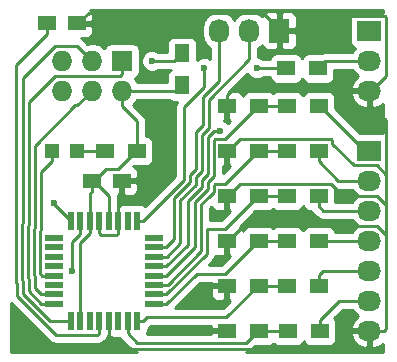
<source format=gtl>
G04 #@! TF.FileFunction,Copper,L1,Top,Signal*
%FSLAX46Y46*%
G04 Gerber Fmt 4.6, Leading zero omitted, Abs format (unit mm)*
G04 Created by KiCad (PCBNEW 4.0.2-stable) date 26.04.2016 00:44:30*
%MOMM*%
G01*
G04 APERTURE LIST*
%ADD10C,0.100000*%
%ADD11R,1.500000X1.300000*%
%ADD12R,2.032000X1.727200*%
%ADD13O,2.032000X1.727200*%
%ADD14R,1.727200X1.727200*%
%ADD15O,1.727200X1.727200*%
%ADD16R,0.550000X1.600000*%
%ADD17R,1.600000X0.550000*%
%ADD18R,1.198880X1.198880*%
%ADD19R,1.500000X1.250000*%
%ADD20R,1.727200X2.032000*%
%ADD21O,1.727200X2.032000*%
%ADD22R,1.300000X1.500000*%
%ADD23C,0.600000*%
%ADD24C,0.250000*%
%ADD25C,0.254000*%
G04 APERTURE END LIST*
D10*
D11*
X170340000Y-92710000D03*
X167640000Y-92710000D03*
X175420000Y-92710000D03*
X172720000Y-92710000D03*
X175420000Y-88900000D03*
X172720000Y-88900000D03*
X160020000Y-88900000D03*
X157320000Y-88900000D03*
X175500000Y-104140000D03*
X172800000Y-104140000D03*
D12*
X179705000Y-78740000D03*
D13*
X179705000Y-81280000D03*
X179705000Y-83820000D03*
D11*
X170340000Y-88900000D03*
X167640000Y-88900000D03*
X175420000Y-96520000D03*
X172720000Y-96520000D03*
X175420000Y-100330000D03*
X172720000Y-100330000D03*
X170340000Y-96520000D03*
X167640000Y-96520000D03*
X175420000Y-85090000D03*
X172720000Y-85090000D03*
X170340000Y-85090000D03*
X167640000Y-85090000D03*
X170340000Y-100330000D03*
X167640000Y-100330000D03*
X170340000Y-104140000D03*
X167640000Y-104140000D03*
D14*
X158750000Y-81280000D03*
D15*
X158750000Y-83820000D03*
X156210000Y-81280000D03*
X156210000Y-83820000D03*
X153670000Y-81280000D03*
X153670000Y-83820000D03*
D12*
X179705000Y-88900000D03*
D13*
X179705000Y-91440000D03*
X179705000Y-93980000D03*
X179705000Y-96520000D03*
X179705000Y-99060000D03*
X179705000Y-101600000D03*
X179705000Y-104140000D03*
D16*
X160020000Y-94810000D03*
X159220000Y-94810000D03*
X158420000Y-94810000D03*
X157620000Y-94810000D03*
X156820000Y-94810000D03*
X156020000Y-94810000D03*
X155220000Y-94810000D03*
X154420000Y-94810000D03*
D17*
X152970000Y-96260000D03*
X152970000Y-97060000D03*
X152970000Y-97860000D03*
X152970000Y-98660000D03*
X152970000Y-99460000D03*
X152970000Y-100260000D03*
X152970000Y-101060000D03*
X152970000Y-101860000D03*
D16*
X154420000Y-103310000D03*
X155220000Y-103310000D03*
X156020000Y-103310000D03*
X156820000Y-103310000D03*
X157620000Y-103310000D03*
X158420000Y-103310000D03*
X159220000Y-103310000D03*
X160020000Y-103310000D03*
D17*
X161470000Y-101860000D03*
X161470000Y-101060000D03*
X161470000Y-100260000D03*
X161470000Y-99460000D03*
X161470000Y-98660000D03*
X161470000Y-97860000D03*
X161470000Y-97060000D03*
X161470000Y-96260000D03*
D18*
X154940000Y-88900000D03*
X152841960Y-88900000D03*
D19*
X156250000Y-91440000D03*
X158750000Y-91440000D03*
X154920000Y-78105000D03*
X152420000Y-78105000D03*
D20*
X172085000Y-78740000D03*
D21*
X169545000Y-78740000D03*
X167005000Y-78740000D03*
D22*
X163830000Y-83345000D03*
X163830000Y-80645000D03*
D11*
X175340000Y-81915000D03*
X172640000Y-81915000D03*
D23*
X161884980Y-92075000D03*
X165100000Y-101600000D03*
X165100000Y-104140000D03*
X167045020Y-87199979D03*
X161290000Y-81280000D03*
X170180000Y-81915000D03*
X165735000Y-81915000D03*
X154544980Y-99060000D03*
X153035000Y-93345000D03*
D24*
X151360033Y-100500033D02*
X151920000Y-101060000D01*
X151294989Y-99442113D02*
X151360033Y-99507157D01*
X151294988Y-95477888D02*
X151294989Y-99442113D01*
X151360033Y-95412843D02*
X151294988Y-95477888D01*
X154809477Y-85058601D02*
X151360033Y-88508045D01*
X151360033Y-88508045D02*
X151360033Y-95412843D01*
X156210000Y-83820000D02*
X154971399Y-85058601D01*
X154971399Y-85058601D02*
X154809477Y-85058601D01*
X151360033Y-99507157D02*
X151360033Y-100500033D01*
X151920000Y-101060000D02*
X152970000Y-101060000D01*
X179705000Y-83820000D02*
X179705000Y-84933600D01*
X179705000Y-84933600D02*
X181096010Y-86324610D01*
X181096010Y-86324610D02*
X181096010Y-90926951D01*
X168010000Y-83820000D02*
X167640000Y-84190000D01*
X167640000Y-84190000D02*
X167640000Y-85090000D01*
X154920000Y-78105000D02*
X155045000Y-78105000D01*
X155045000Y-78105000D02*
X155920000Y-77230000D01*
X155920000Y-77230000D02*
X170727400Y-77230000D01*
X170727400Y-77230000D02*
X172085000Y-78587600D01*
X172085000Y-78587600D02*
X172085000Y-78740000D01*
X172085000Y-78740000D02*
X173198600Y-78740000D01*
X173198600Y-78740000D02*
X174437201Y-77501399D01*
X174437201Y-77501399D02*
X181021001Y-77501399D01*
X181096010Y-82581390D02*
X179857400Y-83820000D01*
X181021001Y-77501399D02*
X181096010Y-77576408D01*
X181096010Y-77576408D02*
X181096010Y-82581390D01*
X179857400Y-83820000D02*
X179705000Y-83820000D01*
X158750000Y-91440000D02*
X161249980Y-91440000D01*
X161249980Y-91440000D02*
X161584981Y-91775001D01*
X161584981Y-91775001D02*
X161884980Y-92075000D01*
X156820000Y-94810000D02*
X156820000Y-95860000D01*
X158294999Y-95985001D02*
X158420000Y-95860000D01*
X158420000Y-95860000D02*
X158420000Y-94810000D01*
X156820000Y-95860000D02*
X156945001Y-95985001D01*
X156945001Y-95985001D02*
X158294999Y-95985001D01*
X158750000Y-91440000D02*
X158750000Y-92315000D01*
X158750000Y-92315000D02*
X158420000Y-92645000D01*
X158420000Y-92645000D02*
X158420000Y-93760000D01*
X158420000Y-93760000D02*
X158420000Y-94810000D01*
X156845000Y-94785000D02*
X156820000Y-94810000D01*
X181096010Y-93466951D02*
X181096010Y-90926951D01*
X180307660Y-90138601D02*
X178403601Y-90138601D01*
X176545001Y-87949999D02*
X176470001Y-87874999D01*
X181096010Y-90926951D02*
X180307660Y-90138601D01*
X178403601Y-90138601D02*
X176545001Y-88280001D01*
X176470001Y-87874999D02*
X168765001Y-87874999D01*
X176545001Y-88280001D02*
X176545001Y-87949999D01*
X168765001Y-87874999D02*
X167740000Y-88900000D01*
X167740000Y-88900000D02*
X167640000Y-88900000D01*
X181096010Y-96006951D02*
X181096010Y-93466951D01*
X168765001Y-91684999D02*
X167740000Y-92710000D01*
X181096010Y-93466951D02*
X180339059Y-92710000D01*
X180339059Y-92710000D02*
X177495002Y-92710000D01*
X177495002Y-92710000D02*
X176470001Y-91684999D01*
X176470001Y-91684999D02*
X168765001Y-91684999D01*
X167740000Y-92710000D02*
X167640000Y-92710000D01*
X179705000Y-104140000D02*
X180971000Y-104140000D01*
X180971000Y-104140000D02*
X181096010Y-104014990D01*
X181096010Y-104014990D02*
X181096010Y-96006951D01*
X181096010Y-96006951D02*
X180370449Y-95281390D01*
X180370449Y-95281390D02*
X168978610Y-95281390D01*
X168978610Y-95281390D02*
X167740000Y-96520000D01*
X167740000Y-96520000D02*
X167640000Y-96520000D01*
X165100000Y-101600000D02*
X167270000Y-101600000D01*
X167270000Y-101600000D02*
X167640000Y-101230000D01*
X167640000Y-101230000D02*
X167640000Y-100330000D01*
X165100000Y-104140000D02*
X167640000Y-104140000D01*
X179705000Y-83820000D02*
X168010000Y-83820000D01*
X158165011Y-105665011D02*
X157620000Y-105120000D01*
X157620000Y-105120000D02*
X157620000Y-103310000D01*
X179705000Y-104140000D02*
X179705000Y-105253600D01*
X179705000Y-105253600D02*
X179293589Y-105665011D01*
X179293589Y-105665011D02*
X158165011Y-105665011D01*
X165514976Y-91961390D02*
X165514976Y-91345782D01*
X165514976Y-91345782D02*
X166014988Y-90845770D01*
X166557897Y-87199979D02*
X166620756Y-87199979D01*
X164330010Y-93146356D02*
X165514976Y-91961390D01*
X166620756Y-87199979D02*
X167045020Y-87199979D01*
X166014988Y-87742888D02*
X166557897Y-87199979D01*
X166014988Y-90845770D02*
X166014988Y-87742888D01*
X161470000Y-98660000D02*
X162520000Y-98660000D01*
X164330010Y-96849990D02*
X164330010Y-93146356D01*
X162520000Y-98660000D02*
X164330010Y-96849990D01*
X161290000Y-81280000D02*
X163115000Y-81280000D01*
X163115000Y-81280000D02*
X163830000Y-80565000D01*
X150360012Y-101000014D02*
X152669998Y-103310000D01*
X150360011Y-99921379D02*
X150360012Y-101000014D01*
X150294969Y-99856337D02*
X150360011Y-99921379D01*
X150294968Y-95063668D02*
X150294969Y-99856337D01*
X150360011Y-82756859D02*
X150360011Y-94998625D01*
X153075471Y-80041399D02*
X150360011Y-82756859D01*
X156210000Y-81280000D02*
X154971399Y-80041399D01*
X154971399Y-80041399D02*
X153075471Y-80041399D01*
X150360011Y-94998625D02*
X150294968Y-95063668D01*
X152669998Y-103310000D02*
X153895000Y-103310000D01*
X153895000Y-103310000D02*
X154420000Y-103310000D01*
X153075471Y-82581399D02*
X150860022Y-84796848D01*
X150860022Y-84796848D02*
X150860022Y-95205732D01*
X150860022Y-100792902D02*
X151927120Y-101860000D01*
X158562201Y-82581399D02*
X153075471Y-82581399D01*
X150794979Y-99649225D02*
X150860022Y-99714268D01*
X158750000Y-82393600D02*
X158562201Y-82581399D01*
X150794978Y-95270778D02*
X150794979Y-99649225D01*
X151927120Y-101860000D02*
X152970000Y-101860000D01*
X158750000Y-81280000D02*
X158750000Y-82393600D01*
X150860022Y-95205732D02*
X150794978Y-95270778D01*
X150860022Y-99714268D02*
X150860022Y-100792902D01*
X179705000Y-81280000D02*
X175975000Y-81280000D01*
X175975000Y-81280000D02*
X175340000Y-81915000D01*
X155220000Y-96660000D02*
X155220000Y-102260000D01*
X156020000Y-94810000D02*
X156020000Y-95860000D01*
X156020000Y-95860000D02*
X155220000Y-96660000D01*
X155220000Y-102260000D02*
X155220000Y-103310000D01*
X158750000Y-83820000D02*
X163275000Y-83820000D01*
X163275000Y-83820000D02*
X163830000Y-83265000D01*
X157620000Y-94810000D02*
X157620000Y-92685000D01*
X157620000Y-92685000D02*
X156375000Y-91440000D01*
X156375000Y-91440000D02*
X156250000Y-91440000D01*
X156250000Y-91440000D02*
X156250000Y-92315000D01*
X156250000Y-92315000D02*
X156020000Y-92545000D01*
X156020000Y-92545000D02*
X156020000Y-93760000D01*
X156020000Y-93760000D02*
X156020000Y-94810000D01*
X160020000Y-88900000D02*
X159920000Y-88900000D01*
X159920000Y-88900000D02*
X158380001Y-90439999D01*
X158380001Y-90439999D02*
X157375001Y-90439999D01*
X157375001Y-90439999D02*
X156375000Y-91440000D01*
X156169999Y-94660001D02*
X156020000Y-94810000D01*
X160020000Y-86360000D02*
X160020000Y-88900000D01*
X158750000Y-85090000D02*
X160020000Y-86360000D01*
X158750000Y-83820000D02*
X158750000Y-85090000D01*
X179705000Y-101600000D02*
X177140000Y-101600000D01*
X177140000Y-101600000D02*
X175500000Y-103240000D01*
X175500000Y-103240000D02*
X175500000Y-104140000D01*
X179705000Y-93980000D02*
X175790000Y-93980000D01*
X175790000Y-93980000D02*
X175420000Y-93610000D01*
X175420000Y-93610000D02*
X175420000Y-92710000D01*
X179705000Y-96520000D02*
X175420000Y-96520000D01*
X179705000Y-99060000D02*
X175790000Y-99060000D01*
X175420000Y-99430000D02*
X175420000Y-100330000D01*
X175790000Y-99060000D02*
X175420000Y-99430000D01*
X152841960Y-89749440D02*
X151860044Y-90731356D01*
X151794999Y-95684999D02*
X151794999Y-99235001D01*
X151860044Y-95619954D02*
X151794999Y-95684999D01*
X152841960Y-88900000D02*
X152841960Y-89749440D01*
X151794999Y-99235001D02*
X152019998Y-99460000D01*
X152019998Y-99460000D02*
X152970000Y-99460000D01*
X151860044Y-90731356D02*
X151860044Y-95619954D01*
X172800000Y-104140000D02*
X170340000Y-104140000D01*
X169214999Y-105165001D02*
X160025001Y-105165001D01*
X160025001Y-105165001D02*
X159220000Y-104360000D01*
X159220000Y-104360000D02*
X159220000Y-103310000D01*
X170340000Y-104140000D02*
X170240000Y-104140000D01*
X170240000Y-104140000D02*
X169214999Y-105165001D01*
X170180000Y-81915000D02*
X172640000Y-81915000D01*
X165735000Y-83505760D02*
X165735000Y-81915000D01*
X160545000Y-94810000D02*
X164014945Y-91340055D01*
X164014945Y-85225820D02*
X165735000Y-83505760D01*
X160020000Y-94810000D02*
X160545000Y-94810000D01*
X164014945Y-91340055D02*
X164014945Y-85225820D01*
X172720000Y-100330000D02*
X170340000Y-100330000D01*
X167594999Y-102975001D02*
X160879999Y-102975001D01*
X160879999Y-102975001D02*
X160545000Y-103310000D01*
X160545000Y-103310000D02*
X160020000Y-103310000D01*
X170340000Y-100330000D02*
X170240000Y-100330000D01*
X170240000Y-100330000D02*
X167594999Y-102975001D01*
X172720000Y-96520000D02*
X170340000Y-96520000D01*
X167455001Y-99304999D02*
X165075001Y-99304999D01*
X165075001Y-99304999D02*
X162520000Y-101860000D01*
X162520000Y-101860000D02*
X161470000Y-101860000D01*
X170340000Y-96520000D02*
X170240000Y-96520000D01*
X170240000Y-96520000D02*
X167455001Y-99304999D01*
X172720000Y-92710000D02*
X170340000Y-92710000D01*
X165959241Y-95494999D02*
X165959241Y-97620759D01*
X165959241Y-97620759D02*
X162520000Y-101060000D01*
X162520000Y-101060000D02*
X161470000Y-101060000D01*
X170340000Y-92710000D02*
X170240000Y-92710000D01*
X170240000Y-92710000D02*
X167455001Y-95494999D01*
X167455001Y-95494999D02*
X165959241Y-95494999D01*
X172720000Y-88900000D02*
X170340000Y-88900000D01*
X166092690Y-92797917D02*
X165459232Y-93431378D01*
X166589999Y-91684999D02*
X166514996Y-91760002D01*
X167455001Y-91684999D02*
X166589999Y-91684999D01*
X162520000Y-100260000D02*
X161470000Y-100260000D01*
X166514995Y-92375612D02*
X166092690Y-92797917D01*
X170340000Y-88900000D02*
X170240000Y-88900000D01*
X170240000Y-88900000D02*
X167455001Y-91684999D01*
X165459231Y-97413649D02*
X162612880Y-100260000D01*
X165459232Y-93431378D02*
X165459231Y-97413649D01*
X166514996Y-91760002D02*
X166514995Y-92375612D01*
X162612880Y-100260000D02*
X162520000Y-100260000D01*
X172720000Y-85090000D02*
X170340000Y-85090000D01*
X164959221Y-93224267D02*
X164959221Y-97020779D01*
X166514999Y-87949999D02*
X166514999Y-91052881D01*
X167455001Y-87874999D02*
X166589999Y-87874999D01*
X162520000Y-99460000D02*
X161470000Y-99460000D01*
X164959221Y-97020779D02*
X162520000Y-99460000D01*
X166589999Y-87874999D02*
X166514999Y-87949999D01*
X166514999Y-91052881D02*
X166014987Y-91552893D01*
X166014987Y-91552893D02*
X166014986Y-92168502D01*
X170240000Y-85090000D02*
X167455001Y-87874999D01*
X166014986Y-92168502D02*
X164959221Y-93224267D01*
X170340000Y-85090000D02*
X170240000Y-85090000D01*
X179705000Y-88900000D02*
X179330000Y-88900000D01*
X179330000Y-88900000D02*
X175520000Y-85090000D01*
X175520000Y-85090000D02*
X175420000Y-85090000D01*
X179705000Y-91440000D02*
X177060000Y-91440000D01*
X175420000Y-89800000D02*
X175420000Y-88900000D01*
X177060000Y-91440000D02*
X175420000Y-89800000D01*
X157320000Y-88900000D02*
X154940000Y-88900000D01*
X155220000Y-95952878D02*
X154544980Y-96627898D01*
X155220000Y-94810000D02*
X155220000Y-95952878D01*
X154544980Y-98635736D02*
X154544980Y-99060000D01*
X154544980Y-96627898D02*
X154544980Y-98635736D01*
X149860000Y-100128490D02*
X149860000Y-101207122D01*
X149860000Y-101207122D02*
X153137879Y-104485001D01*
X153137879Y-104485001D02*
X156694999Y-104485001D01*
X156694999Y-104485001D02*
X156820000Y-104360000D01*
X156820000Y-104360000D02*
X156820000Y-103310000D01*
X152420000Y-78105000D02*
X152420000Y-78980000D01*
X152420000Y-78980000D02*
X149794959Y-81605041D01*
X149794959Y-81605041D02*
X149794959Y-100063449D01*
X149794959Y-100063449D02*
X149860000Y-100128490D01*
X165014965Y-91138671D02*
X165014965Y-91754279D01*
X165514977Y-90638659D02*
X165014965Y-91138671D01*
X163695010Y-96727112D02*
X162562122Y-97860000D01*
X165514977Y-87535777D02*
X165514977Y-90638659D01*
X162562122Y-97860000D02*
X162520000Y-97860000D01*
X169545000Y-78740000D02*
X169545000Y-81109998D01*
X166100021Y-86950733D02*
X165514977Y-87535777D01*
X166100022Y-84554976D02*
X166100021Y-86950733D01*
X162520000Y-97860000D02*
X161470000Y-97860000D01*
X169545000Y-81109998D02*
X166100022Y-84554976D01*
X165014965Y-91754279D02*
X163695011Y-93074233D01*
X163695011Y-93074233D02*
X163695010Y-96727112D01*
X161995000Y-97860000D02*
X161470000Y-97860000D01*
X162520000Y-97060000D02*
X161470000Y-97060000D01*
X167005000Y-82942876D02*
X165600013Y-84347867D01*
X165014967Y-90431549D02*
X164514955Y-90931561D01*
X163195000Y-96385000D02*
X162520000Y-97060000D01*
X163195000Y-92867122D02*
X163195000Y-96385000D01*
X164514955Y-91547167D02*
X163195000Y-92867122D01*
X164514955Y-90931561D02*
X164514955Y-91547167D01*
X165014967Y-87328667D02*
X165014967Y-90431549D01*
X165600012Y-86743622D02*
X165014967Y-87328667D01*
X167005000Y-78740000D02*
X167005000Y-82942876D01*
X165600013Y-84347867D02*
X165600012Y-86743622D01*
X153035000Y-93345000D02*
X153035000Y-93425000D01*
X153035000Y-93425000D02*
X154420000Y-94810000D01*
D25*
G36*
X152600478Y-105022402D02*
X152847040Y-105187149D01*
X153137879Y-105245001D01*
X156694999Y-105245001D01*
X156985838Y-105187149D01*
X157232400Y-105022402D01*
X157357401Y-104897401D01*
X157522148Y-104650839D01*
X157536089Y-104580751D01*
X157546441Y-104574090D01*
X157619884Y-104466603D01*
X157680910Y-104561441D01*
X157811245Y-104650495D01*
X157905750Y-104745000D01*
X158021310Y-104745000D01*
X158041753Y-104736532D01*
X158145000Y-104757440D01*
X158589080Y-104757440D01*
X158682599Y-104897401D01*
X159487600Y-105702402D01*
X159734161Y-105867149D01*
X159989805Y-105918000D01*
X149352000Y-105918000D01*
X149352000Y-101773924D01*
X152600478Y-105022402D01*
X152600478Y-105022402D01*
G37*
X152600478Y-105022402D02*
X152847040Y-105187149D01*
X153137879Y-105245001D01*
X156694999Y-105245001D01*
X156985838Y-105187149D01*
X157232400Y-105022402D01*
X157357401Y-104897401D01*
X157522148Y-104650839D01*
X157536089Y-104580751D01*
X157546441Y-104574090D01*
X157619884Y-104466603D01*
X157680910Y-104561441D01*
X157811245Y-104650495D01*
X157905750Y-104745000D01*
X158021310Y-104745000D01*
X158041753Y-104736532D01*
X158145000Y-104757440D01*
X158589080Y-104757440D01*
X158682599Y-104897401D01*
X159487600Y-105702402D01*
X159734161Y-105867149D01*
X159989805Y-105918000D01*
X149352000Y-105918000D01*
X149352000Y-101773924D01*
X152600478Y-105022402D01*
G36*
X178460585Y-102659670D02*
X178770069Y-102866461D01*
X178354268Y-103237964D01*
X178100291Y-103765209D01*
X178097642Y-103780974D01*
X178218783Y-104013000D01*
X179578000Y-104013000D01*
X179578000Y-103993000D01*
X179832000Y-103993000D01*
X179832000Y-104013000D01*
X179852000Y-104013000D01*
X179852000Y-104267000D01*
X179832000Y-104267000D01*
X179832000Y-105480924D01*
X180066913Y-105625184D01*
X180619320Y-105431954D01*
X180848000Y-105227637D01*
X180848000Y-105918000D01*
X169250195Y-105918000D01*
X169505838Y-105867149D01*
X169752400Y-105702402D01*
X170017362Y-105437440D01*
X171090000Y-105437440D01*
X171325317Y-105393162D01*
X171541441Y-105254090D01*
X171568534Y-105214438D01*
X171585910Y-105241441D01*
X171798110Y-105386431D01*
X172050000Y-105437440D01*
X173550000Y-105437440D01*
X173785317Y-105393162D01*
X174001441Y-105254090D01*
X174146431Y-105041890D01*
X174149081Y-105028803D01*
X174285910Y-105241441D01*
X174498110Y-105386431D01*
X174750000Y-105437440D01*
X176250000Y-105437440D01*
X176485317Y-105393162D01*
X176701441Y-105254090D01*
X176846431Y-105041890D01*
X176897440Y-104790000D01*
X176897440Y-104499026D01*
X178097642Y-104499026D01*
X178100291Y-104514791D01*
X178354268Y-105042036D01*
X178790680Y-105431954D01*
X179343087Y-105625184D01*
X179578000Y-105480924D01*
X179578000Y-104267000D01*
X178218783Y-104267000D01*
X178097642Y-104499026D01*
X176897440Y-104499026D01*
X176897440Y-103490000D01*
X176853162Y-103254683D01*
X176738425Y-103076377D01*
X177454802Y-102360000D01*
X178260352Y-102360000D01*
X178460585Y-102659670D01*
X178460585Y-102659670D01*
G37*
X178460585Y-102659670D02*
X178770069Y-102866461D01*
X178354268Y-103237964D01*
X178100291Y-103765209D01*
X178097642Y-103780974D01*
X178218783Y-104013000D01*
X179578000Y-104013000D01*
X179578000Y-103993000D01*
X179832000Y-103993000D01*
X179832000Y-104013000D01*
X179852000Y-104013000D01*
X179852000Y-104267000D01*
X179832000Y-104267000D01*
X179832000Y-105480924D01*
X180066913Y-105625184D01*
X180619320Y-105431954D01*
X180848000Y-105227637D01*
X180848000Y-105918000D01*
X169250195Y-105918000D01*
X169505838Y-105867149D01*
X169752400Y-105702402D01*
X170017362Y-105437440D01*
X171090000Y-105437440D01*
X171325317Y-105393162D01*
X171541441Y-105254090D01*
X171568534Y-105214438D01*
X171585910Y-105241441D01*
X171798110Y-105386431D01*
X172050000Y-105437440D01*
X173550000Y-105437440D01*
X173785317Y-105393162D01*
X174001441Y-105254090D01*
X174146431Y-105041890D01*
X174149081Y-105028803D01*
X174285910Y-105241441D01*
X174498110Y-105386431D01*
X174750000Y-105437440D01*
X176250000Y-105437440D01*
X176485317Y-105393162D01*
X176701441Y-105254090D01*
X176846431Y-105041890D01*
X176897440Y-104790000D01*
X176897440Y-104499026D01*
X178097642Y-104499026D01*
X178100291Y-104514791D01*
X178354268Y-105042036D01*
X178790680Y-105431954D01*
X179343087Y-105625184D01*
X179578000Y-105480924D01*
X179578000Y-104267000D01*
X178218783Y-104267000D01*
X178097642Y-104499026D01*
X176897440Y-104499026D01*
X176897440Y-103490000D01*
X176853162Y-103254683D01*
X176738425Y-103076377D01*
X177454802Y-102360000D01*
X178260352Y-102360000D01*
X178460585Y-102659670D01*
G36*
X166255000Y-103854250D02*
X166413750Y-104013000D01*
X167513000Y-104013000D01*
X167513000Y-103993000D01*
X167767000Y-103993000D01*
X167767000Y-104013000D01*
X167787000Y-104013000D01*
X167787000Y-104267000D01*
X167767000Y-104267000D01*
X167767000Y-104287000D01*
X167513000Y-104287000D01*
X167513000Y-104267000D01*
X166413750Y-104267000D01*
X166275749Y-104405001D01*
X160861975Y-104405001D01*
X160891431Y-104361890D01*
X160942440Y-104110000D01*
X160942440Y-103940920D01*
X161082401Y-103847401D01*
X161194801Y-103735001D01*
X166255000Y-103735001D01*
X166255000Y-103854250D01*
X166255000Y-103854250D01*
G37*
X166255000Y-103854250D02*
X166413750Y-104013000D01*
X167513000Y-104013000D01*
X167513000Y-103993000D01*
X167767000Y-103993000D01*
X167767000Y-104013000D01*
X167787000Y-104013000D01*
X167787000Y-104267000D01*
X167767000Y-104267000D01*
X167767000Y-104287000D01*
X167513000Y-104287000D01*
X167513000Y-104267000D01*
X166413750Y-104267000D01*
X166275749Y-104405001D01*
X160861975Y-104405001D01*
X160891431Y-104361890D01*
X160942440Y-104110000D01*
X160942440Y-103940920D01*
X161082401Y-103847401D01*
X161194801Y-103735001D01*
X166255000Y-103735001D01*
X166255000Y-103854250D01*
G36*
X166413750Y-100203000D02*
X167513000Y-100203000D01*
X167513000Y-100183000D01*
X167767000Y-100183000D01*
X167767000Y-100203000D01*
X167787000Y-100203000D01*
X167787000Y-100457000D01*
X167767000Y-100457000D01*
X167767000Y-101456250D01*
X167902974Y-101592224D01*
X167280197Y-102215001D01*
X163239801Y-102215001D01*
X164839052Y-100615750D01*
X166255000Y-100615750D01*
X166255000Y-101106310D01*
X166351673Y-101339699D01*
X166530302Y-101518327D01*
X166763691Y-101615000D01*
X167354250Y-101615000D01*
X167513000Y-101456250D01*
X167513000Y-100457000D01*
X166413750Y-100457000D01*
X166255000Y-100615750D01*
X164839052Y-100615750D01*
X165389803Y-100064999D01*
X166275749Y-100064999D01*
X166413750Y-100203000D01*
X166413750Y-100203000D01*
G37*
X166413750Y-100203000D02*
X167513000Y-100203000D01*
X167513000Y-100183000D01*
X167767000Y-100183000D01*
X167767000Y-100203000D01*
X167787000Y-100203000D01*
X167787000Y-100457000D01*
X167767000Y-100457000D01*
X167767000Y-101456250D01*
X167902974Y-101592224D01*
X167280197Y-102215001D01*
X163239801Y-102215001D01*
X164839052Y-100615750D01*
X166255000Y-100615750D01*
X166255000Y-101106310D01*
X166351673Y-101339699D01*
X166530302Y-101518327D01*
X166763691Y-101615000D01*
X167354250Y-101615000D01*
X167513000Y-101456250D01*
X167513000Y-100457000D01*
X166413750Y-100457000D01*
X166255000Y-100615750D01*
X164839052Y-100615750D01*
X165389803Y-100064999D01*
X166275749Y-100064999D01*
X166413750Y-100203000D01*
G36*
X167767000Y-96393000D02*
X167787000Y-96393000D01*
X167787000Y-96647000D01*
X167767000Y-96647000D01*
X167767000Y-97646250D01*
X167902974Y-97782224D01*
X167140199Y-98544999D01*
X166109803Y-98544999D01*
X166496642Y-98158160D01*
X166661389Y-97911599D01*
X166688766Y-97773965D01*
X166763691Y-97805000D01*
X167354250Y-97805000D01*
X167513000Y-97646250D01*
X167513000Y-96647000D01*
X167493000Y-96647000D01*
X167493000Y-96393000D01*
X167513000Y-96393000D01*
X167513000Y-96373000D01*
X167767000Y-96373000D01*
X167767000Y-96393000D01*
X167767000Y-96393000D01*
G37*
X167767000Y-96393000D02*
X167787000Y-96393000D01*
X167787000Y-96647000D01*
X167767000Y-96647000D01*
X167767000Y-97646250D01*
X167902974Y-97782224D01*
X167140199Y-98544999D01*
X166109803Y-98544999D01*
X166496642Y-98158160D01*
X166661389Y-97911599D01*
X166688766Y-97773965D01*
X166763691Y-97805000D01*
X167354250Y-97805000D01*
X167513000Y-97646250D01*
X167513000Y-96647000D01*
X167493000Y-96647000D01*
X167493000Y-96393000D01*
X167513000Y-96393000D01*
X167513000Y-96373000D01*
X167767000Y-96373000D01*
X167767000Y-96393000D01*
G36*
X174205910Y-93811441D02*
X174418110Y-93956431D01*
X174670000Y-94007440D01*
X174789080Y-94007440D01*
X174882599Y-94147401D01*
X175252599Y-94517401D01*
X175499161Y-94682148D01*
X175790000Y-94740000D01*
X178260352Y-94740000D01*
X178460585Y-95039670D01*
X178775366Y-95250000D01*
X178460585Y-95460330D01*
X178260352Y-95760000D01*
X176796742Y-95760000D01*
X176773162Y-95634683D01*
X176634090Y-95418559D01*
X176421890Y-95273569D01*
X176170000Y-95222560D01*
X174670000Y-95222560D01*
X174434683Y-95266838D01*
X174218559Y-95405910D01*
X174073569Y-95618110D01*
X174070919Y-95631197D01*
X173934090Y-95418559D01*
X173721890Y-95273569D01*
X173470000Y-95222560D01*
X171970000Y-95222560D01*
X171734683Y-95266838D01*
X171527323Y-95400270D01*
X171341890Y-95273569D01*
X171090000Y-95222560D01*
X169590000Y-95222560D01*
X169354683Y-95266838D01*
X169138559Y-95405910D01*
X168993569Y-95618110D01*
X168986809Y-95651490D01*
X168928327Y-95510301D01*
X168749698Y-95331673D01*
X168709698Y-95315104D01*
X170017362Y-94007440D01*
X171090000Y-94007440D01*
X171325317Y-93963162D01*
X171532677Y-93829730D01*
X171718110Y-93956431D01*
X171970000Y-94007440D01*
X173470000Y-94007440D01*
X173705317Y-93963162D01*
X173921441Y-93824090D01*
X174066431Y-93611890D01*
X174069081Y-93598803D01*
X174205910Y-93811441D01*
X174205910Y-93811441D01*
G37*
X174205910Y-93811441D02*
X174418110Y-93956431D01*
X174670000Y-94007440D01*
X174789080Y-94007440D01*
X174882599Y-94147401D01*
X175252599Y-94517401D01*
X175499161Y-94682148D01*
X175790000Y-94740000D01*
X178260352Y-94740000D01*
X178460585Y-95039670D01*
X178775366Y-95250000D01*
X178460585Y-95460330D01*
X178260352Y-95760000D01*
X176796742Y-95760000D01*
X176773162Y-95634683D01*
X176634090Y-95418559D01*
X176421890Y-95273569D01*
X176170000Y-95222560D01*
X174670000Y-95222560D01*
X174434683Y-95266838D01*
X174218559Y-95405910D01*
X174073569Y-95618110D01*
X174070919Y-95631197D01*
X173934090Y-95418559D01*
X173721890Y-95273569D01*
X173470000Y-95222560D01*
X171970000Y-95222560D01*
X171734683Y-95266838D01*
X171527323Y-95400270D01*
X171341890Y-95273569D01*
X171090000Y-95222560D01*
X169590000Y-95222560D01*
X169354683Y-95266838D01*
X169138559Y-95405910D01*
X168993569Y-95618110D01*
X168986809Y-95651490D01*
X168928327Y-95510301D01*
X168749698Y-95331673D01*
X168709698Y-95315104D01*
X170017362Y-94007440D01*
X171090000Y-94007440D01*
X171325317Y-93963162D01*
X171532677Y-93829730D01*
X171718110Y-93956431D01*
X171970000Y-94007440D01*
X173470000Y-94007440D01*
X173705317Y-93963162D01*
X173921441Y-93824090D01*
X174066431Y-93611890D01*
X174069081Y-93598803D01*
X174205910Y-93811441D01*
G36*
X167767000Y-92583000D02*
X167787000Y-92583000D01*
X167787000Y-92837000D01*
X167767000Y-92837000D01*
X167767000Y-93836250D01*
X167902974Y-93972224D01*
X167140199Y-94734999D01*
X166219232Y-94734999D01*
X166219232Y-93746179D01*
X166320638Y-93644773D01*
X166351673Y-93719699D01*
X166530302Y-93898327D01*
X166763691Y-93995000D01*
X167354250Y-93995000D01*
X167513000Y-93836250D01*
X167513000Y-92837000D01*
X167493000Y-92837000D01*
X167493000Y-92583000D01*
X167513000Y-92583000D01*
X167513000Y-92563000D01*
X167767000Y-92563000D01*
X167767000Y-92583000D01*
X167767000Y-92583000D01*
G37*
X167767000Y-92583000D02*
X167787000Y-92583000D01*
X167787000Y-92837000D01*
X167767000Y-92837000D01*
X167767000Y-93836250D01*
X167902974Y-93972224D01*
X167140199Y-94734999D01*
X166219232Y-94734999D01*
X166219232Y-93746179D01*
X166320638Y-93644773D01*
X166351673Y-93719699D01*
X166530302Y-93898327D01*
X166763691Y-93995000D01*
X167354250Y-93995000D01*
X167513000Y-93836250D01*
X167513000Y-92837000D01*
X167493000Y-92837000D01*
X167493000Y-92583000D01*
X167513000Y-92583000D01*
X167513000Y-92563000D01*
X167767000Y-92563000D01*
X167767000Y-92583000D01*
G36*
X162928110Y-84691431D02*
X163180000Y-84742440D01*
X163441448Y-84742440D01*
X163312797Y-84934981D01*
X163254945Y-85225820D01*
X163254945Y-91025253D01*
X160736841Y-93543357D01*
X160546890Y-93413569D01*
X160295000Y-93362560D01*
X159745000Y-93362560D01*
X159615411Y-93386944D01*
X159495000Y-93362560D01*
X158945000Y-93362560D01*
X158839295Y-93382450D01*
X158821310Y-93375000D01*
X158705750Y-93375000D01*
X158609349Y-93471401D01*
X158493559Y-93545910D01*
X158420116Y-93653397D01*
X158380000Y-93591054D01*
X158380000Y-92700000D01*
X158464250Y-92700000D01*
X158623000Y-92541250D01*
X158623000Y-91567000D01*
X158877000Y-91567000D01*
X158877000Y-92541250D01*
X159035750Y-92700000D01*
X159626309Y-92700000D01*
X159859698Y-92603327D01*
X160038327Y-92424699D01*
X160135000Y-92191310D01*
X160135000Y-91725750D01*
X159976250Y-91567000D01*
X158877000Y-91567000D01*
X158623000Y-91567000D01*
X158603000Y-91567000D01*
X158603000Y-91313000D01*
X158623000Y-91313000D01*
X158623000Y-91293000D01*
X158877000Y-91293000D01*
X158877000Y-91313000D01*
X159976250Y-91313000D01*
X160135000Y-91154250D01*
X160135000Y-90688690D01*
X160038327Y-90455301D01*
X159859698Y-90276673D01*
X159688883Y-90205919D01*
X159697362Y-90197440D01*
X160770000Y-90197440D01*
X161005317Y-90153162D01*
X161221441Y-90014090D01*
X161366431Y-89801890D01*
X161417440Y-89550000D01*
X161417440Y-88250000D01*
X161373162Y-88014683D01*
X161234090Y-87798559D01*
X161021890Y-87653569D01*
X160780000Y-87604585D01*
X160780000Y-86360000D01*
X160746471Y-86191441D01*
X160722148Y-86069160D01*
X160557401Y-85822599D01*
X159710257Y-84975455D01*
X159809670Y-84909029D01*
X160029520Y-84580000D01*
X162765025Y-84580000D01*
X162928110Y-84691431D01*
X162928110Y-84691431D01*
G37*
X162928110Y-84691431D02*
X163180000Y-84742440D01*
X163441448Y-84742440D01*
X163312797Y-84934981D01*
X163254945Y-85225820D01*
X163254945Y-91025253D01*
X160736841Y-93543357D01*
X160546890Y-93413569D01*
X160295000Y-93362560D01*
X159745000Y-93362560D01*
X159615411Y-93386944D01*
X159495000Y-93362560D01*
X158945000Y-93362560D01*
X158839295Y-93382450D01*
X158821310Y-93375000D01*
X158705750Y-93375000D01*
X158609349Y-93471401D01*
X158493559Y-93545910D01*
X158420116Y-93653397D01*
X158380000Y-93591054D01*
X158380000Y-92700000D01*
X158464250Y-92700000D01*
X158623000Y-92541250D01*
X158623000Y-91567000D01*
X158877000Y-91567000D01*
X158877000Y-92541250D01*
X159035750Y-92700000D01*
X159626309Y-92700000D01*
X159859698Y-92603327D01*
X160038327Y-92424699D01*
X160135000Y-92191310D01*
X160135000Y-91725750D01*
X159976250Y-91567000D01*
X158877000Y-91567000D01*
X158623000Y-91567000D01*
X158603000Y-91567000D01*
X158603000Y-91313000D01*
X158623000Y-91313000D01*
X158623000Y-91293000D01*
X158877000Y-91293000D01*
X158877000Y-91313000D01*
X159976250Y-91313000D01*
X160135000Y-91154250D01*
X160135000Y-90688690D01*
X160038327Y-90455301D01*
X159859698Y-90276673D01*
X159688883Y-90205919D01*
X159697362Y-90197440D01*
X160770000Y-90197440D01*
X161005317Y-90153162D01*
X161221441Y-90014090D01*
X161366431Y-89801890D01*
X161417440Y-89550000D01*
X161417440Y-88250000D01*
X161373162Y-88014683D01*
X161234090Y-87798559D01*
X161021890Y-87653569D01*
X160780000Y-87604585D01*
X160780000Y-86360000D01*
X160746471Y-86191441D01*
X160722148Y-86069160D01*
X160557401Y-85822599D01*
X159710257Y-84975455D01*
X159809670Y-84909029D01*
X160029520Y-84580000D01*
X162765025Y-84580000D01*
X162928110Y-84691431D01*
G36*
X177060000Y-92200000D02*
X178260352Y-92200000D01*
X178460585Y-92499670D01*
X178775366Y-92710000D01*
X178460585Y-92920330D01*
X178260352Y-93220000D01*
X176817440Y-93220000D01*
X176817440Y-92151752D01*
X177060000Y-92200000D01*
X177060000Y-92200000D01*
G37*
X177060000Y-92200000D02*
X178260352Y-92200000D01*
X178460585Y-92499670D01*
X178775366Y-92710000D01*
X178460585Y-92920330D01*
X178260352Y-93220000D01*
X176817440Y-93220000D01*
X176817440Y-92151752D01*
X177060000Y-92200000D01*
G36*
X167767000Y-88773000D02*
X167787000Y-88773000D01*
X167787000Y-89027000D01*
X167767000Y-89027000D01*
X167767000Y-90026250D01*
X167902974Y-90162224D01*
X167274999Y-90790199D01*
X167274999Y-90185000D01*
X167354250Y-90185000D01*
X167513000Y-90026250D01*
X167513000Y-89027000D01*
X167493000Y-89027000D01*
X167493000Y-88773000D01*
X167513000Y-88773000D01*
X167513000Y-88753000D01*
X167767000Y-88753000D01*
X167767000Y-88773000D01*
X167767000Y-88773000D01*
G37*
X167767000Y-88773000D02*
X167787000Y-88773000D01*
X167787000Y-89027000D01*
X167767000Y-89027000D01*
X167767000Y-90026250D01*
X167902974Y-90162224D01*
X167274999Y-90790199D01*
X167274999Y-90185000D01*
X167354250Y-90185000D01*
X167513000Y-90026250D01*
X167513000Y-89027000D01*
X167493000Y-89027000D01*
X167493000Y-88773000D01*
X167513000Y-88773000D01*
X167513000Y-88753000D01*
X167767000Y-88753000D01*
X167767000Y-88773000D01*
G36*
X178460585Y-82339670D02*
X178770069Y-82546461D01*
X178354268Y-82917964D01*
X178100291Y-83445209D01*
X178097642Y-83460974D01*
X178218783Y-83693000D01*
X179578000Y-83693000D01*
X179578000Y-83673000D01*
X179832000Y-83673000D01*
X179832000Y-83693000D01*
X179852000Y-83693000D01*
X179852000Y-83947000D01*
X179832000Y-83947000D01*
X179832000Y-85160924D01*
X180066913Y-85305184D01*
X180619320Y-85111954D01*
X180848000Y-84907637D01*
X180848000Y-87414678D01*
X180721000Y-87388960D01*
X178893762Y-87388960D01*
X176817440Y-85312638D01*
X176817440Y-84440000D01*
X176773162Y-84204683D01*
X176756653Y-84179026D01*
X178097642Y-84179026D01*
X178100291Y-84194791D01*
X178354268Y-84722036D01*
X178790680Y-85111954D01*
X179343087Y-85305184D01*
X179578000Y-85160924D01*
X179578000Y-83947000D01*
X178218783Y-83947000D01*
X178097642Y-84179026D01*
X176756653Y-84179026D01*
X176634090Y-83988559D01*
X176421890Y-83843569D01*
X176170000Y-83792560D01*
X174670000Y-83792560D01*
X174434683Y-83836838D01*
X174218559Y-83975910D01*
X174073569Y-84188110D01*
X174070919Y-84201197D01*
X173934090Y-83988559D01*
X173721890Y-83843569D01*
X173470000Y-83792560D01*
X171970000Y-83792560D01*
X171734683Y-83836838D01*
X171527323Y-83970270D01*
X171341890Y-83843569D01*
X171090000Y-83792560D01*
X169590000Y-83792560D01*
X169354683Y-83836838D01*
X169138559Y-83975910D01*
X168993569Y-84188110D01*
X168986809Y-84221490D01*
X168928327Y-84080301D01*
X168749698Y-83901673D01*
X168516309Y-83805000D01*
X167925750Y-83805000D01*
X167767002Y-83963748D01*
X167767002Y-83962798D01*
X169357345Y-82372455D01*
X169386883Y-82443943D01*
X169649673Y-82707192D01*
X169993201Y-82849838D01*
X170365167Y-82850162D01*
X170708943Y-82708117D01*
X170742118Y-82675000D01*
X171263258Y-82675000D01*
X171286838Y-82800317D01*
X171425910Y-83016441D01*
X171638110Y-83161431D01*
X171890000Y-83212440D01*
X173390000Y-83212440D01*
X173625317Y-83168162D01*
X173841441Y-83029090D01*
X173986431Y-82816890D01*
X173989081Y-82803803D01*
X174125910Y-83016441D01*
X174338110Y-83161431D01*
X174590000Y-83212440D01*
X176090000Y-83212440D01*
X176325317Y-83168162D01*
X176541441Y-83029090D01*
X176686431Y-82816890D01*
X176737440Y-82565000D01*
X176737440Y-82040000D01*
X178260352Y-82040000D01*
X178460585Y-82339670D01*
X178460585Y-82339670D01*
G37*
X178460585Y-82339670D02*
X178770069Y-82546461D01*
X178354268Y-82917964D01*
X178100291Y-83445209D01*
X178097642Y-83460974D01*
X178218783Y-83693000D01*
X179578000Y-83693000D01*
X179578000Y-83673000D01*
X179832000Y-83673000D01*
X179832000Y-83693000D01*
X179852000Y-83693000D01*
X179852000Y-83947000D01*
X179832000Y-83947000D01*
X179832000Y-85160924D01*
X180066913Y-85305184D01*
X180619320Y-85111954D01*
X180848000Y-84907637D01*
X180848000Y-87414678D01*
X180721000Y-87388960D01*
X178893762Y-87388960D01*
X176817440Y-85312638D01*
X176817440Y-84440000D01*
X176773162Y-84204683D01*
X176756653Y-84179026D01*
X178097642Y-84179026D01*
X178100291Y-84194791D01*
X178354268Y-84722036D01*
X178790680Y-85111954D01*
X179343087Y-85305184D01*
X179578000Y-85160924D01*
X179578000Y-83947000D01*
X178218783Y-83947000D01*
X178097642Y-84179026D01*
X176756653Y-84179026D01*
X176634090Y-83988559D01*
X176421890Y-83843569D01*
X176170000Y-83792560D01*
X174670000Y-83792560D01*
X174434683Y-83836838D01*
X174218559Y-83975910D01*
X174073569Y-84188110D01*
X174070919Y-84201197D01*
X173934090Y-83988559D01*
X173721890Y-83843569D01*
X173470000Y-83792560D01*
X171970000Y-83792560D01*
X171734683Y-83836838D01*
X171527323Y-83970270D01*
X171341890Y-83843569D01*
X171090000Y-83792560D01*
X169590000Y-83792560D01*
X169354683Y-83836838D01*
X169138559Y-83975910D01*
X168993569Y-84188110D01*
X168986809Y-84221490D01*
X168928327Y-84080301D01*
X168749698Y-83901673D01*
X168516309Y-83805000D01*
X167925750Y-83805000D01*
X167767002Y-83963748D01*
X167767002Y-83962798D01*
X169357345Y-82372455D01*
X169386883Y-82443943D01*
X169649673Y-82707192D01*
X169993201Y-82849838D01*
X170365167Y-82850162D01*
X170708943Y-82708117D01*
X170742118Y-82675000D01*
X171263258Y-82675000D01*
X171286838Y-82800317D01*
X171425910Y-83016441D01*
X171638110Y-83161431D01*
X171890000Y-83212440D01*
X173390000Y-83212440D01*
X173625317Y-83168162D01*
X173841441Y-83029090D01*
X173986431Y-82816890D01*
X173989081Y-82803803D01*
X174125910Y-83016441D01*
X174338110Y-83161431D01*
X174590000Y-83212440D01*
X176090000Y-83212440D01*
X176325317Y-83168162D01*
X176541441Y-83029090D01*
X176686431Y-82816890D01*
X176737440Y-82565000D01*
X176737440Y-82040000D01*
X178260352Y-82040000D01*
X178460585Y-82339670D01*
G36*
X167767000Y-84963000D02*
X167787000Y-84963000D01*
X167787000Y-85217000D01*
X167767000Y-85217000D01*
X167767000Y-86216250D01*
X167902974Y-86352224D01*
X167711260Y-86543938D01*
X167575347Y-86407787D01*
X167395954Y-86333296D01*
X167513000Y-86216250D01*
X167513000Y-85217000D01*
X167493000Y-85217000D01*
X167493000Y-84963000D01*
X167513000Y-84963000D01*
X167513000Y-84943000D01*
X167767000Y-84943000D01*
X167767000Y-84963000D01*
X167767000Y-84963000D01*
G37*
X167767000Y-84963000D02*
X167787000Y-84963000D01*
X167787000Y-85217000D01*
X167767000Y-85217000D01*
X167767000Y-86216250D01*
X167902974Y-86352224D01*
X167711260Y-86543938D01*
X167575347Y-86407787D01*
X167395954Y-86333296D01*
X167513000Y-86216250D01*
X167513000Y-85217000D01*
X167493000Y-85217000D01*
X167493000Y-84963000D01*
X167513000Y-84963000D01*
X167513000Y-84943000D01*
X167767000Y-84943000D01*
X167767000Y-84963000D01*
G36*
X153797000Y-83693000D02*
X153817000Y-83693000D01*
X153817000Y-83947000D01*
X153797000Y-83947000D01*
X153797000Y-83967000D01*
X153543000Y-83967000D01*
X153543000Y-83947000D01*
X153523000Y-83947000D01*
X153523000Y-83693000D01*
X153543000Y-83693000D01*
X153543000Y-83673000D01*
X153797000Y-83673000D01*
X153797000Y-83693000D01*
X153797000Y-83693000D01*
G37*
X153797000Y-83693000D02*
X153817000Y-83693000D01*
X153817000Y-83947000D01*
X153797000Y-83947000D01*
X153797000Y-83967000D01*
X153543000Y-83967000D01*
X153543000Y-83947000D01*
X153523000Y-83947000D01*
X153523000Y-83693000D01*
X153543000Y-83693000D01*
X153543000Y-83673000D01*
X153797000Y-83673000D01*
X153797000Y-83693000D01*
G36*
X180848000Y-77254678D02*
X180721000Y-77228960D01*
X178689000Y-77228960D01*
X178453683Y-77273238D01*
X178237559Y-77412310D01*
X178092569Y-77624510D01*
X178041560Y-77876400D01*
X178041560Y-79603600D01*
X178085838Y-79838917D01*
X178224910Y-80055041D01*
X178437110Y-80200031D01*
X178478439Y-80208400D01*
X178460585Y-80220330D01*
X178260352Y-80520000D01*
X175975000Y-80520000D01*
X175684161Y-80577852D01*
X175624734Y-80617560D01*
X174590000Y-80617560D01*
X174354683Y-80661838D01*
X174138559Y-80800910D01*
X173993569Y-81013110D01*
X173990919Y-81026197D01*
X173854090Y-80813559D01*
X173641890Y-80668569D01*
X173390000Y-80617560D01*
X171890000Y-80617560D01*
X171654683Y-80661838D01*
X171438559Y-80800910D01*
X171293569Y-81013110D01*
X171264836Y-81155000D01*
X170742463Y-81155000D01*
X170710327Y-81122808D01*
X170366799Y-80980162D01*
X170305000Y-80980108D01*
X170305000Y-80184648D01*
X170604670Y-79984415D01*
X170619500Y-79962220D01*
X170683073Y-80115698D01*
X170861701Y-80294327D01*
X171095090Y-80391000D01*
X171799250Y-80391000D01*
X171958000Y-80232250D01*
X171958000Y-78867000D01*
X172212000Y-78867000D01*
X172212000Y-80232250D01*
X172370750Y-80391000D01*
X173074910Y-80391000D01*
X173308299Y-80294327D01*
X173486927Y-80115698D01*
X173583600Y-79882309D01*
X173583600Y-79025750D01*
X173424850Y-78867000D01*
X172212000Y-78867000D01*
X171958000Y-78867000D01*
X171938000Y-78867000D01*
X171938000Y-78613000D01*
X171958000Y-78613000D01*
X171958000Y-77247750D01*
X172212000Y-77247750D01*
X172212000Y-78613000D01*
X173424850Y-78613000D01*
X173583600Y-78454250D01*
X173583600Y-77597691D01*
X173486927Y-77364302D01*
X173308299Y-77185673D01*
X173074910Y-77089000D01*
X172370750Y-77089000D01*
X172212000Y-77247750D01*
X171958000Y-77247750D01*
X171799250Y-77089000D01*
X171095090Y-77089000D01*
X170861701Y-77185673D01*
X170683073Y-77364302D01*
X170619500Y-77517780D01*
X170604670Y-77495585D01*
X170118489Y-77170729D01*
X169545000Y-77056655D01*
X168971511Y-77170729D01*
X168485330Y-77495585D01*
X168275000Y-77810366D01*
X168064670Y-77495585D01*
X167578489Y-77170729D01*
X167005000Y-77056655D01*
X166431511Y-77170729D01*
X165945330Y-77495585D01*
X165620474Y-77981766D01*
X165506400Y-78555255D01*
X165506400Y-78924745D01*
X165620474Y-79498234D01*
X165945330Y-79984415D01*
X166245000Y-80184648D01*
X166245000Y-81114367D01*
X165921799Y-80980162D01*
X165549833Y-80979838D01*
X165206057Y-81121883D01*
X165127440Y-81200363D01*
X165127440Y-79895000D01*
X165083162Y-79659683D01*
X164944090Y-79443559D01*
X164731890Y-79298569D01*
X164480000Y-79247560D01*
X163180000Y-79247560D01*
X162944683Y-79291838D01*
X162728559Y-79430910D01*
X162583569Y-79643110D01*
X162532560Y-79895000D01*
X162532560Y-80520000D01*
X161852463Y-80520000D01*
X161820327Y-80487808D01*
X161476799Y-80345162D01*
X161104833Y-80344838D01*
X160761057Y-80486883D01*
X160497808Y-80749673D01*
X160355162Y-81093201D01*
X160354838Y-81465167D01*
X160496883Y-81808943D01*
X160759673Y-82072192D01*
X161103201Y-82214838D01*
X161475167Y-82215162D01*
X161818943Y-82073117D01*
X161852118Y-82040000D01*
X162869837Y-82040000D01*
X162728559Y-82130910D01*
X162583569Y-82343110D01*
X162532560Y-82595000D01*
X162532560Y-83060000D01*
X160029520Y-83060000D01*
X159823426Y-82751558D01*
X159848917Y-82746762D01*
X160065041Y-82607690D01*
X160210031Y-82395490D01*
X160261040Y-82143600D01*
X160261040Y-80416400D01*
X160216762Y-80181083D01*
X160077690Y-79964959D01*
X159865490Y-79819969D01*
X159613600Y-79768960D01*
X157886400Y-79768960D01*
X157651083Y-79813238D01*
X157434959Y-79952310D01*
X157289969Y-80164510D01*
X157281136Y-80208131D01*
X157269670Y-80190971D01*
X156783489Y-79866115D01*
X156210000Y-79752041D01*
X155832027Y-79827225D01*
X155508800Y-79503998D01*
X155300774Y-79365000D01*
X155796309Y-79365000D01*
X156029698Y-79268327D01*
X156208327Y-79089699D01*
X156305000Y-78856310D01*
X156305000Y-78390750D01*
X156146250Y-78232000D01*
X155047000Y-78232000D01*
X155047000Y-78252000D01*
X154793000Y-78252000D01*
X154793000Y-78232000D01*
X154773000Y-78232000D01*
X154773000Y-77978000D01*
X154793000Y-77978000D01*
X154793000Y-77958000D01*
X155047000Y-77958000D01*
X155047000Y-77978000D01*
X156146250Y-77978000D01*
X156305000Y-77819250D01*
X156305000Y-77353690D01*
X156208327Y-77120301D01*
X156050025Y-76962000D01*
X180848000Y-76962000D01*
X180848000Y-77254678D01*
X180848000Y-77254678D01*
G37*
X180848000Y-77254678D02*
X180721000Y-77228960D01*
X178689000Y-77228960D01*
X178453683Y-77273238D01*
X178237559Y-77412310D01*
X178092569Y-77624510D01*
X178041560Y-77876400D01*
X178041560Y-79603600D01*
X178085838Y-79838917D01*
X178224910Y-80055041D01*
X178437110Y-80200031D01*
X178478439Y-80208400D01*
X178460585Y-80220330D01*
X178260352Y-80520000D01*
X175975000Y-80520000D01*
X175684161Y-80577852D01*
X175624734Y-80617560D01*
X174590000Y-80617560D01*
X174354683Y-80661838D01*
X174138559Y-80800910D01*
X173993569Y-81013110D01*
X173990919Y-81026197D01*
X173854090Y-80813559D01*
X173641890Y-80668569D01*
X173390000Y-80617560D01*
X171890000Y-80617560D01*
X171654683Y-80661838D01*
X171438559Y-80800910D01*
X171293569Y-81013110D01*
X171264836Y-81155000D01*
X170742463Y-81155000D01*
X170710327Y-81122808D01*
X170366799Y-80980162D01*
X170305000Y-80980108D01*
X170305000Y-80184648D01*
X170604670Y-79984415D01*
X170619500Y-79962220D01*
X170683073Y-80115698D01*
X170861701Y-80294327D01*
X171095090Y-80391000D01*
X171799250Y-80391000D01*
X171958000Y-80232250D01*
X171958000Y-78867000D01*
X172212000Y-78867000D01*
X172212000Y-80232250D01*
X172370750Y-80391000D01*
X173074910Y-80391000D01*
X173308299Y-80294327D01*
X173486927Y-80115698D01*
X173583600Y-79882309D01*
X173583600Y-79025750D01*
X173424850Y-78867000D01*
X172212000Y-78867000D01*
X171958000Y-78867000D01*
X171938000Y-78867000D01*
X171938000Y-78613000D01*
X171958000Y-78613000D01*
X171958000Y-77247750D01*
X172212000Y-77247750D01*
X172212000Y-78613000D01*
X173424850Y-78613000D01*
X173583600Y-78454250D01*
X173583600Y-77597691D01*
X173486927Y-77364302D01*
X173308299Y-77185673D01*
X173074910Y-77089000D01*
X172370750Y-77089000D01*
X172212000Y-77247750D01*
X171958000Y-77247750D01*
X171799250Y-77089000D01*
X171095090Y-77089000D01*
X170861701Y-77185673D01*
X170683073Y-77364302D01*
X170619500Y-77517780D01*
X170604670Y-77495585D01*
X170118489Y-77170729D01*
X169545000Y-77056655D01*
X168971511Y-77170729D01*
X168485330Y-77495585D01*
X168275000Y-77810366D01*
X168064670Y-77495585D01*
X167578489Y-77170729D01*
X167005000Y-77056655D01*
X166431511Y-77170729D01*
X165945330Y-77495585D01*
X165620474Y-77981766D01*
X165506400Y-78555255D01*
X165506400Y-78924745D01*
X165620474Y-79498234D01*
X165945330Y-79984415D01*
X166245000Y-80184648D01*
X166245000Y-81114367D01*
X165921799Y-80980162D01*
X165549833Y-80979838D01*
X165206057Y-81121883D01*
X165127440Y-81200363D01*
X165127440Y-79895000D01*
X165083162Y-79659683D01*
X164944090Y-79443559D01*
X164731890Y-79298569D01*
X164480000Y-79247560D01*
X163180000Y-79247560D01*
X162944683Y-79291838D01*
X162728559Y-79430910D01*
X162583569Y-79643110D01*
X162532560Y-79895000D01*
X162532560Y-80520000D01*
X161852463Y-80520000D01*
X161820327Y-80487808D01*
X161476799Y-80345162D01*
X161104833Y-80344838D01*
X160761057Y-80486883D01*
X160497808Y-80749673D01*
X160355162Y-81093201D01*
X160354838Y-81465167D01*
X160496883Y-81808943D01*
X160759673Y-82072192D01*
X161103201Y-82214838D01*
X161475167Y-82215162D01*
X161818943Y-82073117D01*
X161852118Y-82040000D01*
X162869837Y-82040000D01*
X162728559Y-82130910D01*
X162583569Y-82343110D01*
X162532560Y-82595000D01*
X162532560Y-83060000D01*
X160029520Y-83060000D01*
X159823426Y-82751558D01*
X159848917Y-82746762D01*
X160065041Y-82607690D01*
X160210031Y-82395490D01*
X160261040Y-82143600D01*
X160261040Y-80416400D01*
X160216762Y-80181083D01*
X160077690Y-79964959D01*
X159865490Y-79819969D01*
X159613600Y-79768960D01*
X157886400Y-79768960D01*
X157651083Y-79813238D01*
X157434959Y-79952310D01*
X157289969Y-80164510D01*
X157281136Y-80208131D01*
X157269670Y-80190971D01*
X156783489Y-79866115D01*
X156210000Y-79752041D01*
X155832027Y-79827225D01*
X155508800Y-79503998D01*
X155300774Y-79365000D01*
X155796309Y-79365000D01*
X156029698Y-79268327D01*
X156208327Y-79089699D01*
X156305000Y-78856310D01*
X156305000Y-78390750D01*
X156146250Y-78232000D01*
X155047000Y-78232000D01*
X155047000Y-78252000D01*
X154793000Y-78252000D01*
X154793000Y-78232000D01*
X154773000Y-78232000D01*
X154773000Y-77978000D01*
X154793000Y-77978000D01*
X154793000Y-77958000D01*
X155047000Y-77958000D01*
X155047000Y-77978000D01*
X156146250Y-77978000D01*
X156305000Y-77819250D01*
X156305000Y-77353690D01*
X156208327Y-77120301D01*
X156050025Y-76962000D01*
X180848000Y-76962000D01*
X180848000Y-77254678D01*
M02*

</source>
